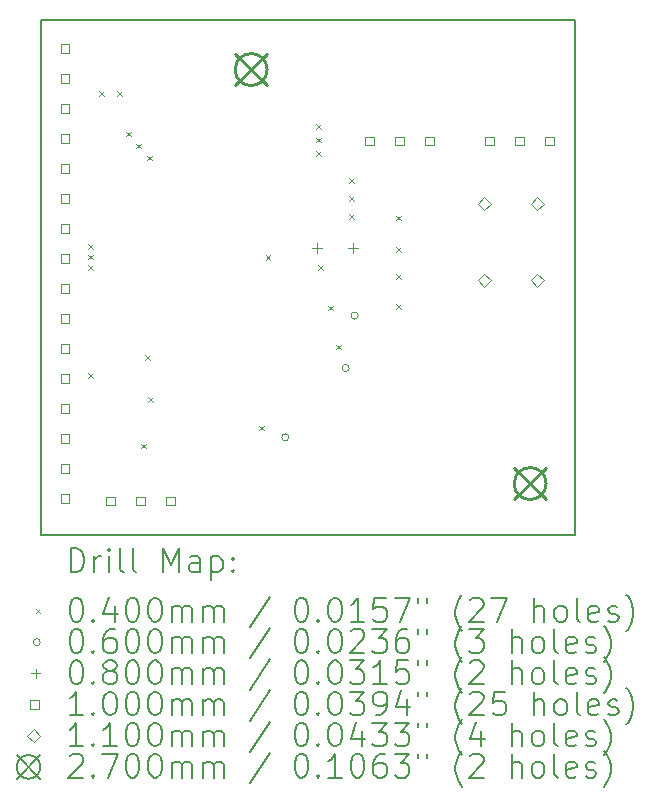
<source format=gbr>
%TF.GenerationSoftware,KiCad,Pcbnew,(6.0.9)*%
%TF.CreationDate,2023-01-18T17:05:22+01:00*%
%TF.ProjectId,mainboard,6d61696e-626f-4617-9264-2e6b69636164,rev?*%
%TF.SameCoordinates,Original*%
%TF.FileFunction,Drillmap*%
%TF.FilePolarity,Positive*%
%FSLAX45Y45*%
G04 Gerber Fmt 4.5, Leading zero omitted, Abs format (unit mm)*
G04 Created by KiCad (PCBNEW (6.0.9)) date 2023-01-18 17:05:22*
%MOMM*%
%LPD*%
G01*
G04 APERTURE LIST*
%ADD10C,0.150000*%
%ADD11C,0.200000*%
%ADD12C,0.040000*%
%ADD13C,0.060000*%
%ADD14C,0.080000*%
%ADD15C,0.100000*%
%ADD16C,0.110000*%
%ADD17C,0.270000*%
G04 APERTURE END LIST*
D10*
X10858500Y-2400300D02*
X15379700Y-2400300D01*
X15379700Y-2400300D02*
X15379700Y-6756400D01*
X15379700Y-6756400D02*
X10858500Y-6756400D01*
X10858500Y-6756400D02*
X10858500Y-2400300D01*
D11*
D12*
X11257600Y-4298000D02*
X11297600Y-4338000D01*
X11297600Y-4298000D02*
X11257600Y-4338000D01*
X11257600Y-4386900D02*
X11297600Y-4426900D01*
X11297600Y-4386900D02*
X11257600Y-4426900D01*
X11257600Y-4475800D02*
X11297600Y-4515800D01*
X11297600Y-4475800D02*
X11257600Y-4515800D01*
X11257600Y-5390200D02*
X11297600Y-5430200D01*
X11297600Y-5390200D02*
X11257600Y-5430200D01*
X11346500Y-3002600D02*
X11386500Y-3042600D01*
X11386500Y-3002600D02*
X11346500Y-3042600D01*
X11500698Y-3003230D02*
X11540698Y-3043230D01*
X11540698Y-3003230D02*
X11500698Y-3043230D01*
X11575100Y-3345500D02*
X11615100Y-3385500D01*
X11615100Y-3345500D02*
X11575100Y-3385500D01*
X11664000Y-3447100D02*
X11704000Y-3487100D01*
X11704000Y-3447100D02*
X11664000Y-3487100D01*
X11702100Y-5987100D02*
X11742100Y-6027100D01*
X11742100Y-5987100D02*
X11702100Y-6027100D01*
X11740200Y-5237800D02*
X11780200Y-5277800D01*
X11780200Y-5237800D02*
X11740200Y-5277800D01*
X11752900Y-3548700D02*
X11792900Y-3588700D01*
X11792900Y-3548700D02*
X11752900Y-3588700D01*
X11765600Y-5593400D02*
X11805600Y-5633400D01*
X11805600Y-5593400D02*
X11765600Y-5633400D01*
X12705400Y-5834700D02*
X12745400Y-5874700D01*
X12745400Y-5834700D02*
X12705400Y-5874700D01*
X12758522Y-4393070D02*
X12798522Y-4433070D01*
X12798522Y-4393070D02*
X12758522Y-4433070D01*
X13188000Y-3282000D02*
X13228000Y-3322000D01*
X13228000Y-3282000D02*
X13188000Y-3322000D01*
X13188000Y-3396300D02*
X13228000Y-3436300D01*
X13228000Y-3396300D02*
X13188000Y-3436300D01*
X13188000Y-3510600D02*
X13228000Y-3550600D01*
X13228000Y-3510600D02*
X13188000Y-3550600D01*
X13200700Y-4475800D02*
X13240700Y-4515800D01*
X13240700Y-4475800D02*
X13200700Y-4515800D01*
X13289600Y-4818700D02*
X13329600Y-4858700D01*
X13329600Y-4818700D02*
X13289600Y-4858700D01*
X13353100Y-5148900D02*
X13393100Y-5188900D01*
X13393100Y-5148900D02*
X13353100Y-5188900D01*
X13467400Y-3739200D02*
X13507400Y-3779200D01*
X13507400Y-3739200D02*
X13467400Y-3779200D01*
X13467400Y-3891600D02*
X13507400Y-3931600D01*
X13507400Y-3891600D02*
X13467400Y-3931600D01*
X13467400Y-4044000D02*
X13507400Y-4084000D01*
X13507400Y-4044000D02*
X13467400Y-4084000D01*
X13861100Y-4056700D02*
X13901100Y-4096700D01*
X13901100Y-4056700D02*
X13861100Y-4096700D01*
X13861100Y-4323400D02*
X13901100Y-4363400D01*
X13901100Y-4323400D02*
X13861100Y-4363400D01*
X13861100Y-4552000D02*
X13901100Y-4592000D01*
X13901100Y-4552000D02*
X13861100Y-4592000D01*
X13861100Y-4806000D02*
X13901100Y-4846000D01*
X13901100Y-4806000D02*
X13861100Y-4846000D01*
D13*
X12955769Y-5933023D02*
G75*
G03*
X12955769Y-5933023I-30000J0D01*
G01*
X13466600Y-5346700D02*
G75*
G03*
X13466600Y-5346700I-30000J0D01*
G01*
X13542800Y-4902200D02*
G75*
G03*
X13542800Y-4902200I-30000J0D01*
G01*
D14*
X13195300Y-4290700D02*
X13195300Y-4370700D01*
X13155300Y-4330700D02*
X13235300Y-4330700D01*
X13500100Y-4290700D02*
X13500100Y-4370700D01*
X13460100Y-4330700D02*
X13540100Y-4330700D01*
D15*
X11097056Y-2676956D02*
X11097056Y-2606244D01*
X11026344Y-2606244D01*
X11026344Y-2676956D01*
X11097056Y-2676956D01*
X11097056Y-2930956D02*
X11097056Y-2860244D01*
X11026344Y-2860244D01*
X11026344Y-2930956D01*
X11097056Y-2930956D01*
X11097056Y-3184956D02*
X11097056Y-3114244D01*
X11026344Y-3114244D01*
X11026344Y-3184956D01*
X11097056Y-3184956D01*
X11097056Y-3438956D02*
X11097056Y-3368244D01*
X11026344Y-3368244D01*
X11026344Y-3438956D01*
X11097056Y-3438956D01*
X11097056Y-3692956D02*
X11097056Y-3622244D01*
X11026344Y-3622244D01*
X11026344Y-3692956D01*
X11097056Y-3692956D01*
X11097056Y-3946956D02*
X11097056Y-3876244D01*
X11026344Y-3876244D01*
X11026344Y-3946956D01*
X11097056Y-3946956D01*
X11097056Y-4200956D02*
X11097056Y-4130244D01*
X11026344Y-4130244D01*
X11026344Y-4200956D01*
X11097056Y-4200956D01*
X11097056Y-4454956D02*
X11097056Y-4384244D01*
X11026344Y-4384244D01*
X11026344Y-4454956D01*
X11097056Y-4454956D01*
X11097056Y-4708956D02*
X11097056Y-4638244D01*
X11026344Y-4638244D01*
X11026344Y-4708956D01*
X11097056Y-4708956D01*
X11097056Y-4962956D02*
X11097056Y-4892244D01*
X11026344Y-4892244D01*
X11026344Y-4962956D01*
X11097056Y-4962956D01*
X11097056Y-5216956D02*
X11097056Y-5146244D01*
X11026344Y-5146244D01*
X11026344Y-5216956D01*
X11097056Y-5216956D01*
X11097056Y-5470956D02*
X11097056Y-5400244D01*
X11026344Y-5400244D01*
X11026344Y-5470956D01*
X11097056Y-5470956D01*
X11097056Y-5724956D02*
X11097056Y-5654244D01*
X11026344Y-5654244D01*
X11026344Y-5724956D01*
X11097056Y-5724956D01*
X11097056Y-5978956D02*
X11097056Y-5908244D01*
X11026344Y-5908244D01*
X11026344Y-5978956D01*
X11097056Y-5978956D01*
X11097056Y-6232956D02*
X11097056Y-6162244D01*
X11026344Y-6162244D01*
X11026344Y-6232956D01*
X11097056Y-6232956D01*
X11097056Y-6486956D02*
X11097056Y-6416244D01*
X11026344Y-6416244D01*
X11026344Y-6486956D01*
X11097056Y-6486956D01*
X11480056Y-6509856D02*
X11480056Y-6439144D01*
X11409344Y-6439144D01*
X11409344Y-6509856D01*
X11480056Y-6509856D01*
X11734056Y-6509856D02*
X11734056Y-6439144D01*
X11663344Y-6439144D01*
X11663344Y-6509856D01*
X11734056Y-6509856D01*
X11988056Y-6509856D02*
X11988056Y-6439144D01*
X11917344Y-6439144D01*
X11917344Y-6509856D01*
X11988056Y-6509856D01*
X13673656Y-3459856D02*
X13673656Y-3389144D01*
X13602944Y-3389144D01*
X13602944Y-3459856D01*
X13673656Y-3459856D01*
X13927656Y-3459856D02*
X13927656Y-3389144D01*
X13856944Y-3389144D01*
X13856944Y-3459856D01*
X13927656Y-3459856D01*
X14181656Y-3459856D02*
X14181656Y-3389144D01*
X14110944Y-3389144D01*
X14110944Y-3459856D01*
X14181656Y-3459856D01*
X14689656Y-3459856D02*
X14689656Y-3389144D01*
X14618944Y-3389144D01*
X14618944Y-3459856D01*
X14689656Y-3459856D01*
X14943656Y-3459856D02*
X14943656Y-3389144D01*
X14872944Y-3389144D01*
X14872944Y-3459856D01*
X14943656Y-3459856D01*
X15197656Y-3459856D02*
X15197656Y-3389144D01*
X15126944Y-3389144D01*
X15126944Y-3459856D01*
X15197656Y-3459856D01*
D16*
X14608600Y-4009900D02*
X14663600Y-3954900D01*
X14608600Y-3899900D01*
X14553600Y-3954900D01*
X14608600Y-4009900D01*
X14608600Y-4659900D02*
X14663600Y-4604900D01*
X14608600Y-4549900D01*
X14553600Y-4604900D01*
X14608600Y-4659900D01*
X15058600Y-4009900D02*
X15113600Y-3954900D01*
X15058600Y-3899900D01*
X15003600Y-3954900D01*
X15058600Y-4009900D01*
X15058600Y-4659900D02*
X15113600Y-4604900D01*
X15058600Y-4549900D01*
X15003600Y-4604900D01*
X15058600Y-4659900D01*
D17*
X12501500Y-2684400D02*
X12771500Y-2954400D01*
X12771500Y-2684400D02*
X12501500Y-2954400D01*
X12771500Y-2819400D02*
G75*
G03*
X12771500Y-2819400I-135000J0D01*
G01*
X14863700Y-6189600D02*
X15133700Y-6459600D01*
X15133700Y-6189600D02*
X14863700Y-6459600D01*
X15133700Y-6324600D02*
G75*
G03*
X15133700Y-6324600I-135000J0D01*
G01*
D11*
X11108619Y-7074376D02*
X11108619Y-6874376D01*
X11156238Y-6874376D01*
X11184810Y-6883900D01*
X11203857Y-6902948D01*
X11213381Y-6921995D01*
X11222905Y-6960090D01*
X11222905Y-6988662D01*
X11213381Y-7026757D01*
X11203857Y-7045805D01*
X11184810Y-7064852D01*
X11156238Y-7074376D01*
X11108619Y-7074376D01*
X11308619Y-7074376D02*
X11308619Y-6941043D01*
X11308619Y-6979138D02*
X11318143Y-6960090D01*
X11327667Y-6950567D01*
X11346714Y-6941043D01*
X11365762Y-6941043D01*
X11432428Y-7074376D02*
X11432428Y-6941043D01*
X11432428Y-6874376D02*
X11422905Y-6883900D01*
X11432428Y-6893424D01*
X11441952Y-6883900D01*
X11432428Y-6874376D01*
X11432428Y-6893424D01*
X11556238Y-7074376D02*
X11537190Y-7064852D01*
X11527667Y-7045805D01*
X11527667Y-6874376D01*
X11661000Y-7074376D02*
X11641952Y-7064852D01*
X11632428Y-7045805D01*
X11632428Y-6874376D01*
X11889571Y-7074376D02*
X11889571Y-6874376D01*
X11956238Y-7017233D01*
X12022905Y-6874376D01*
X12022905Y-7074376D01*
X12203857Y-7074376D02*
X12203857Y-6969614D01*
X12194333Y-6950567D01*
X12175286Y-6941043D01*
X12137190Y-6941043D01*
X12118143Y-6950567D01*
X12203857Y-7064852D02*
X12184809Y-7074376D01*
X12137190Y-7074376D01*
X12118143Y-7064852D01*
X12108619Y-7045805D01*
X12108619Y-7026757D01*
X12118143Y-7007709D01*
X12137190Y-6998186D01*
X12184809Y-6998186D01*
X12203857Y-6988662D01*
X12299095Y-6941043D02*
X12299095Y-7141043D01*
X12299095Y-6950567D02*
X12318143Y-6941043D01*
X12356238Y-6941043D01*
X12375286Y-6950567D01*
X12384809Y-6960090D01*
X12394333Y-6979138D01*
X12394333Y-7036281D01*
X12384809Y-7055328D01*
X12375286Y-7064852D01*
X12356238Y-7074376D01*
X12318143Y-7074376D01*
X12299095Y-7064852D01*
X12480048Y-7055328D02*
X12489571Y-7064852D01*
X12480048Y-7074376D01*
X12470524Y-7064852D01*
X12480048Y-7055328D01*
X12480048Y-7074376D01*
X12480048Y-6950567D02*
X12489571Y-6960090D01*
X12480048Y-6969614D01*
X12470524Y-6960090D01*
X12480048Y-6950567D01*
X12480048Y-6969614D01*
D12*
X10811000Y-7383900D02*
X10851000Y-7423900D01*
X10851000Y-7383900D02*
X10811000Y-7423900D01*
D11*
X11146714Y-7294376D02*
X11165762Y-7294376D01*
X11184810Y-7303900D01*
X11194333Y-7313424D01*
X11203857Y-7332471D01*
X11213381Y-7370567D01*
X11213381Y-7418186D01*
X11203857Y-7456281D01*
X11194333Y-7475328D01*
X11184810Y-7484852D01*
X11165762Y-7494376D01*
X11146714Y-7494376D01*
X11127667Y-7484852D01*
X11118143Y-7475328D01*
X11108619Y-7456281D01*
X11099095Y-7418186D01*
X11099095Y-7370567D01*
X11108619Y-7332471D01*
X11118143Y-7313424D01*
X11127667Y-7303900D01*
X11146714Y-7294376D01*
X11299095Y-7475328D02*
X11308619Y-7484852D01*
X11299095Y-7494376D01*
X11289571Y-7484852D01*
X11299095Y-7475328D01*
X11299095Y-7494376D01*
X11480048Y-7361043D02*
X11480048Y-7494376D01*
X11432428Y-7284852D02*
X11384809Y-7427709D01*
X11508619Y-7427709D01*
X11622905Y-7294376D02*
X11641952Y-7294376D01*
X11661000Y-7303900D01*
X11670524Y-7313424D01*
X11680048Y-7332471D01*
X11689571Y-7370567D01*
X11689571Y-7418186D01*
X11680048Y-7456281D01*
X11670524Y-7475328D01*
X11661000Y-7484852D01*
X11641952Y-7494376D01*
X11622905Y-7494376D01*
X11603857Y-7484852D01*
X11594333Y-7475328D01*
X11584809Y-7456281D01*
X11575286Y-7418186D01*
X11575286Y-7370567D01*
X11584809Y-7332471D01*
X11594333Y-7313424D01*
X11603857Y-7303900D01*
X11622905Y-7294376D01*
X11813381Y-7294376D02*
X11832428Y-7294376D01*
X11851476Y-7303900D01*
X11861000Y-7313424D01*
X11870524Y-7332471D01*
X11880048Y-7370567D01*
X11880048Y-7418186D01*
X11870524Y-7456281D01*
X11861000Y-7475328D01*
X11851476Y-7484852D01*
X11832428Y-7494376D01*
X11813381Y-7494376D01*
X11794333Y-7484852D01*
X11784809Y-7475328D01*
X11775286Y-7456281D01*
X11765762Y-7418186D01*
X11765762Y-7370567D01*
X11775286Y-7332471D01*
X11784809Y-7313424D01*
X11794333Y-7303900D01*
X11813381Y-7294376D01*
X11965762Y-7494376D02*
X11965762Y-7361043D01*
X11965762Y-7380090D02*
X11975286Y-7370567D01*
X11994333Y-7361043D01*
X12022905Y-7361043D01*
X12041952Y-7370567D01*
X12051476Y-7389614D01*
X12051476Y-7494376D01*
X12051476Y-7389614D02*
X12061000Y-7370567D01*
X12080048Y-7361043D01*
X12108619Y-7361043D01*
X12127667Y-7370567D01*
X12137190Y-7389614D01*
X12137190Y-7494376D01*
X12232428Y-7494376D02*
X12232428Y-7361043D01*
X12232428Y-7380090D02*
X12241952Y-7370567D01*
X12261000Y-7361043D01*
X12289571Y-7361043D01*
X12308619Y-7370567D01*
X12318143Y-7389614D01*
X12318143Y-7494376D01*
X12318143Y-7389614D02*
X12327667Y-7370567D01*
X12346714Y-7361043D01*
X12375286Y-7361043D01*
X12394333Y-7370567D01*
X12403857Y-7389614D01*
X12403857Y-7494376D01*
X12794333Y-7284852D02*
X12622905Y-7541995D01*
X13051476Y-7294376D02*
X13070524Y-7294376D01*
X13089571Y-7303900D01*
X13099095Y-7313424D01*
X13108619Y-7332471D01*
X13118143Y-7370567D01*
X13118143Y-7418186D01*
X13108619Y-7456281D01*
X13099095Y-7475328D01*
X13089571Y-7484852D01*
X13070524Y-7494376D01*
X13051476Y-7494376D01*
X13032428Y-7484852D01*
X13022905Y-7475328D01*
X13013381Y-7456281D01*
X13003857Y-7418186D01*
X13003857Y-7370567D01*
X13013381Y-7332471D01*
X13022905Y-7313424D01*
X13032428Y-7303900D01*
X13051476Y-7294376D01*
X13203857Y-7475328D02*
X13213381Y-7484852D01*
X13203857Y-7494376D01*
X13194333Y-7484852D01*
X13203857Y-7475328D01*
X13203857Y-7494376D01*
X13337190Y-7294376D02*
X13356238Y-7294376D01*
X13375286Y-7303900D01*
X13384809Y-7313424D01*
X13394333Y-7332471D01*
X13403857Y-7370567D01*
X13403857Y-7418186D01*
X13394333Y-7456281D01*
X13384809Y-7475328D01*
X13375286Y-7484852D01*
X13356238Y-7494376D01*
X13337190Y-7494376D01*
X13318143Y-7484852D01*
X13308619Y-7475328D01*
X13299095Y-7456281D01*
X13289571Y-7418186D01*
X13289571Y-7370567D01*
X13299095Y-7332471D01*
X13308619Y-7313424D01*
X13318143Y-7303900D01*
X13337190Y-7294376D01*
X13594333Y-7494376D02*
X13480048Y-7494376D01*
X13537190Y-7494376D02*
X13537190Y-7294376D01*
X13518143Y-7322948D01*
X13499095Y-7341995D01*
X13480048Y-7351519D01*
X13775286Y-7294376D02*
X13680048Y-7294376D01*
X13670524Y-7389614D01*
X13680048Y-7380090D01*
X13699095Y-7370567D01*
X13746714Y-7370567D01*
X13765762Y-7380090D01*
X13775286Y-7389614D01*
X13784809Y-7408662D01*
X13784809Y-7456281D01*
X13775286Y-7475328D01*
X13765762Y-7484852D01*
X13746714Y-7494376D01*
X13699095Y-7494376D01*
X13680048Y-7484852D01*
X13670524Y-7475328D01*
X13851476Y-7294376D02*
X13984809Y-7294376D01*
X13899095Y-7494376D01*
X14051476Y-7294376D02*
X14051476Y-7332471D01*
X14127667Y-7294376D02*
X14127667Y-7332471D01*
X14422905Y-7570567D02*
X14413381Y-7561043D01*
X14394333Y-7532471D01*
X14384809Y-7513424D01*
X14375286Y-7484852D01*
X14365762Y-7437233D01*
X14365762Y-7399138D01*
X14375286Y-7351519D01*
X14384809Y-7322948D01*
X14394333Y-7303900D01*
X14413381Y-7275328D01*
X14422905Y-7265805D01*
X14489571Y-7313424D02*
X14499095Y-7303900D01*
X14518143Y-7294376D01*
X14565762Y-7294376D01*
X14584809Y-7303900D01*
X14594333Y-7313424D01*
X14603857Y-7332471D01*
X14603857Y-7351519D01*
X14594333Y-7380090D01*
X14480048Y-7494376D01*
X14603857Y-7494376D01*
X14670524Y-7294376D02*
X14803857Y-7294376D01*
X14718143Y-7494376D01*
X15032428Y-7494376D02*
X15032428Y-7294376D01*
X15118143Y-7494376D02*
X15118143Y-7389614D01*
X15108619Y-7370567D01*
X15089571Y-7361043D01*
X15061000Y-7361043D01*
X15041952Y-7370567D01*
X15032428Y-7380090D01*
X15241952Y-7494376D02*
X15222905Y-7484852D01*
X15213381Y-7475328D01*
X15203857Y-7456281D01*
X15203857Y-7399138D01*
X15213381Y-7380090D01*
X15222905Y-7370567D01*
X15241952Y-7361043D01*
X15270524Y-7361043D01*
X15289571Y-7370567D01*
X15299095Y-7380090D01*
X15308619Y-7399138D01*
X15308619Y-7456281D01*
X15299095Y-7475328D01*
X15289571Y-7484852D01*
X15270524Y-7494376D01*
X15241952Y-7494376D01*
X15422905Y-7494376D02*
X15403857Y-7484852D01*
X15394333Y-7465805D01*
X15394333Y-7294376D01*
X15575286Y-7484852D02*
X15556238Y-7494376D01*
X15518143Y-7494376D01*
X15499095Y-7484852D01*
X15489571Y-7465805D01*
X15489571Y-7389614D01*
X15499095Y-7370567D01*
X15518143Y-7361043D01*
X15556238Y-7361043D01*
X15575286Y-7370567D01*
X15584809Y-7389614D01*
X15584809Y-7408662D01*
X15489571Y-7427709D01*
X15661000Y-7484852D02*
X15680048Y-7494376D01*
X15718143Y-7494376D01*
X15737190Y-7484852D01*
X15746714Y-7465805D01*
X15746714Y-7456281D01*
X15737190Y-7437233D01*
X15718143Y-7427709D01*
X15689571Y-7427709D01*
X15670524Y-7418186D01*
X15661000Y-7399138D01*
X15661000Y-7389614D01*
X15670524Y-7370567D01*
X15689571Y-7361043D01*
X15718143Y-7361043D01*
X15737190Y-7370567D01*
X15813381Y-7570567D02*
X15822905Y-7561043D01*
X15841952Y-7532471D01*
X15851476Y-7513424D01*
X15861000Y-7484852D01*
X15870524Y-7437233D01*
X15870524Y-7399138D01*
X15861000Y-7351519D01*
X15851476Y-7322948D01*
X15841952Y-7303900D01*
X15822905Y-7275328D01*
X15813381Y-7265805D01*
D13*
X10851000Y-7667900D02*
G75*
G03*
X10851000Y-7667900I-30000J0D01*
G01*
D11*
X11146714Y-7558376D02*
X11165762Y-7558376D01*
X11184810Y-7567900D01*
X11194333Y-7577424D01*
X11203857Y-7596471D01*
X11213381Y-7634567D01*
X11213381Y-7682186D01*
X11203857Y-7720281D01*
X11194333Y-7739328D01*
X11184810Y-7748852D01*
X11165762Y-7758376D01*
X11146714Y-7758376D01*
X11127667Y-7748852D01*
X11118143Y-7739328D01*
X11108619Y-7720281D01*
X11099095Y-7682186D01*
X11099095Y-7634567D01*
X11108619Y-7596471D01*
X11118143Y-7577424D01*
X11127667Y-7567900D01*
X11146714Y-7558376D01*
X11299095Y-7739328D02*
X11308619Y-7748852D01*
X11299095Y-7758376D01*
X11289571Y-7748852D01*
X11299095Y-7739328D01*
X11299095Y-7758376D01*
X11480048Y-7558376D02*
X11441952Y-7558376D01*
X11422905Y-7567900D01*
X11413381Y-7577424D01*
X11394333Y-7605995D01*
X11384809Y-7644090D01*
X11384809Y-7720281D01*
X11394333Y-7739328D01*
X11403857Y-7748852D01*
X11422905Y-7758376D01*
X11461000Y-7758376D01*
X11480048Y-7748852D01*
X11489571Y-7739328D01*
X11499095Y-7720281D01*
X11499095Y-7672662D01*
X11489571Y-7653614D01*
X11480048Y-7644090D01*
X11461000Y-7634567D01*
X11422905Y-7634567D01*
X11403857Y-7644090D01*
X11394333Y-7653614D01*
X11384809Y-7672662D01*
X11622905Y-7558376D02*
X11641952Y-7558376D01*
X11661000Y-7567900D01*
X11670524Y-7577424D01*
X11680048Y-7596471D01*
X11689571Y-7634567D01*
X11689571Y-7682186D01*
X11680048Y-7720281D01*
X11670524Y-7739328D01*
X11661000Y-7748852D01*
X11641952Y-7758376D01*
X11622905Y-7758376D01*
X11603857Y-7748852D01*
X11594333Y-7739328D01*
X11584809Y-7720281D01*
X11575286Y-7682186D01*
X11575286Y-7634567D01*
X11584809Y-7596471D01*
X11594333Y-7577424D01*
X11603857Y-7567900D01*
X11622905Y-7558376D01*
X11813381Y-7558376D02*
X11832428Y-7558376D01*
X11851476Y-7567900D01*
X11861000Y-7577424D01*
X11870524Y-7596471D01*
X11880048Y-7634567D01*
X11880048Y-7682186D01*
X11870524Y-7720281D01*
X11861000Y-7739328D01*
X11851476Y-7748852D01*
X11832428Y-7758376D01*
X11813381Y-7758376D01*
X11794333Y-7748852D01*
X11784809Y-7739328D01*
X11775286Y-7720281D01*
X11765762Y-7682186D01*
X11765762Y-7634567D01*
X11775286Y-7596471D01*
X11784809Y-7577424D01*
X11794333Y-7567900D01*
X11813381Y-7558376D01*
X11965762Y-7758376D02*
X11965762Y-7625043D01*
X11965762Y-7644090D02*
X11975286Y-7634567D01*
X11994333Y-7625043D01*
X12022905Y-7625043D01*
X12041952Y-7634567D01*
X12051476Y-7653614D01*
X12051476Y-7758376D01*
X12051476Y-7653614D02*
X12061000Y-7634567D01*
X12080048Y-7625043D01*
X12108619Y-7625043D01*
X12127667Y-7634567D01*
X12137190Y-7653614D01*
X12137190Y-7758376D01*
X12232428Y-7758376D02*
X12232428Y-7625043D01*
X12232428Y-7644090D02*
X12241952Y-7634567D01*
X12261000Y-7625043D01*
X12289571Y-7625043D01*
X12308619Y-7634567D01*
X12318143Y-7653614D01*
X12318143Y-7758376D01*
X12318143Y-7653614D02*
X12327667Y-7634567D01*
X12346714Y-7625043D01*
X12375286Y-7625043D01*
X12394333Y-7634567D01*
X12403857Y-7653614D01*
X12403857Y-7758376D01*
X12794333Y-7548852D02*
X12622905Y-7805995D01*
X13051476Y-7558376D02*
X13070524Y-7558376D01*
X13089571Y-7567900D01*
X13099095Y-7577424D01*
X13108619Y-7596471D01*
X13118143Y-7634567D01*
X13118143Y-7682186D01*
X13108619Y-7720281D01*
X13099095Y-7739328D01*
X13089571Y-7748852D01*
X13070524Y-7758376D01*
X13051476Y-7758376D01*
X13032428Y-7748852D01*
X13022905Y-7739328D01*
X13013381Y-7720281D01*
X13003857Y-7682186D01*
X13003857Y-7634567D01*
X13013381Y-7596471D01*
X13022905Y-7577424D01*
X13032428Y-7567900D01*
X13051476Y-7558376D01*
X13203857Y-7739328D02*
X13213381Y-7748852D01*
X13203857Y-7758376D01*
X13194333Y-7748852D01*
X13203857Y-7739328D01*
X13203857Y-7758376D01*
X13337190Y-7558376D02*
X13356238Y-7558376D01*
X13375286Y-7567900D01*
X13384809Y-7577424D01*
X13394333Y-7596471D01*
X13403857Y-7634567D01*
X13403857Y-7682186D01*
X13394333Y-7720281D01*
X13384809Y-7739328D01*
X13375286Y-7748852D01*
X13356238Y-7758376D01*
X13337190Y-7758376D01*
X13318143Y-7748852D01*
X13308619Y-7739328D01*
X13299095Y-7720281D01*
X13289571Y-7682186D01*
X13289571Y-7634567D01*
X13299095Y-7596471D01*
X13308619Y-7577424D01*
X13318143Y-7567900D01*
X13337190Y-7558376D01*
X13480048Y-7577424D02*
X13489571Y-7567900D01*
X13508619Y-7558376D01*
X13556238Y-7558376D01*
X13575286Y-7567900D01*
X13584809Y-7577424D01*
X13594333Y-7596471D01*
X13594333Y-7615519D01*
X13584809Y-7644090D01*
X13470524Y-7758376D01*
X13594333Y-7758376D01*
X13661000Y-7558376D02*
X13784809Y-7558376D01*
X13718143Y-7634567D01*
X13746714Y-7634567D01*
X13765762Y-7644090D01*
X13775286Y-7653614D01*
X13784809Y-7672662D01*
X13784809Y-7720281D01*
X13775286Y-7739328D01*
X13765762Y-7748852D01*
X13746714Y-7758376D01*
X13689571Y-7758376D01*
X13670524Y-7748852D01*
X13661000Y-7739328D01*
X13956238Y-7558376D02*
X13918143Y-7558376D01*
X13899095Y-7567900D01*
X13889571Y-7577424D01*
X13870524Y-7605995D01*
X13861000Y-7644090D01*
X13861000Y-7720281D01*
X13870524Y-7739328D01*
X13880048Y-7748852D01*
X13899095Y-7758376D01*
X13937190Y-7758376D01*
X13956238Y-7748852D01*
X13965762Y-7739328D01*
X13975286Y-7720281D01*
X13975286Y-7672662D01*
X13965762Y-7653614D01*
X13956238Y-7644090D01*
X13937190Y-7634567D01*
X13899095Y-7634567D01*
X13880048Y-7644090D01*
X13870524Y-7653614D01*
X13861000Y-7672662D01*
X14051476Y-7558376D02*
X14051476Y-7596471D01*
X14127667Y-7558376D02*
X14127667Y-7596471D01*
X14422905Y-7834567D02*
X14413381Y-7825043D01*
X14394333Y-7796471D01*
X14384809Y-7777424D01*
X14375286Y-7748852D01*
X14365762Y-7701233D01*
X14365762Y-7663138D01*
X14375286Y-7615519D01*
X14384809Y-7586948D01*
X14394333Y-7567900D01*
X14413381Y-7539328D01*
X14422905Y-7529805D01*
X14480048Y-7558376D02*
X14603857Y-7558376D01*
X14537190Y-7634567D01*
X14565762Y-7634567D01*
X14584809Y-7644090D01*
X14594333Y-7653614D01*
X14603857Y-7672662D01*
X14603857Y-7720281D01*
X14594333Y-7739328D01*
X14584809Y-7748852D01*
X14565762Y-7758376D01*
X14508619Y-7758376D01*
X14489571Y-7748852D01*
X14480048Y-7739328D01*
X14841952Y-7758376D02*
X14841952Y-7558376D01*
X14927667Y-7758376D02*
X14927667Y-7653614D01*
X14918143Y-7634567D01*
X14899095Y-7625043D01*
X14870524Y-7625043D01*
X14851476Y-7634567D01*
X14841952Y-7644090D01*
X15051476Y-7758376D02*
X15032428Y-7748852D01*
X15022905Y-7739328D01*
X15013381Y-7720281D01*
X15013381Y-7663138D01*
X15022905Y-7644090D01*
X15032428Y-7634567D01*
X15051476Y-7625043D01*
X15080048Y-7625043D01*
X15099095Y-7634567D01*
X15108619Y-7644090D01*
X15118143Y-7663138D01*
X15118143Y-7720281D01*
X15108619Y-7739328D01*
X15099095Y-7748852D01*
X15080048Y-7758376D01*
X15051476Y-7758376D01*
X15232428Y-7758376D02*
X15213381Y-7748852D01*
X15203857Y-7729805D01*
X15203857Y-7558376D01*
X15384809Y-7748852D02*
X15365762Y-7758376D01*
X15327667Y-7758376D01*
X15308619Y-7748852D01*
X15299095Y-7729805D01*
X15299095Y-7653614D01*
X15308619Y-7634567D01*
X15327667Y-7625043D01*
X15365762Y-7625043D01*
X15384809Y-7634567D01*
X15394333Y-7653614D01*
X15394333Y-7672662D01*
X15299095Y-7691709D01*
X15470524Y-7748852D02*
X15489571Y-7758376D01*
X15527667Y-7758376D01*
X15546714Y-7748852D01*
X15556238Y-7729805D01*
X15556238Y-7720281D01*
X15546714Y-7701233D01*
X15527667Y-7691709D01*
X15499095Y-7691709D01*
X15480048Y-7682186D01*
X15470524Y-7663138D01*
X15470524Y-7653614D01*
X15480048Y-7634567D01*
X15499095Y-7625043D01*
X15527667Y-7625043D01*
X15546714Y-7634567D01*
X15622905Y-7834567D02*
X15632428Y-7825043D01*
X15651476Y-7796471D01*
X15661000Y-7777424D01*
X15670524Y-7748852D01*
X15680048Y-7701233D01*
X15680048Y-7663138D01*
X15670524Y-7615519D01*
X15661000Y-7586948D01*
X15651476Y-7567900D01*
X15632428Y-7539328D01*
X15622905Y-7529805D01*
D14*
X10811000Y-7891900D02*
X10811000Y-7971900D01*
X10771000Y-7931900D02*
X10851000Y-7931900D01*
D11*
X11146714Y-7822376D02*
X11165762Y-7822376D01*
X11184810Y-7831900D01*
X11194333Y-7841424D01*
X11203857Y-7860471D01*
X11213381Y-7898567D01*
X11213381Y-7946186D01*
X11203857Y-7984281D01*
X11194333Y-8003328D01*
X11184810Y-8012852D01*
X11165762Y-8022376D01*
X11146714Y-8022376D01*
X11127667Y-8012852D01*
X11118143Y-8003328D01*
X11108619Y-7984281D01*
X11099095Y-7946186D01*
X11099095Y-7898567D01*
X11108619Y-7860471D01*
X11118143Y-7841424D01*
X11127667Y-7831900D01*
X11146714Y-7822376D01*
X11299095Y-8003328D02*
X11308619Y-8012852D01*
X11299095Y-8022376D01*
X11289571Y-8012852D01*
X11299095Y-8003328D01*
X11299095Y-8022376D01*
X11422905Y-7908090D02*
X11403857Y-7898567D01*
X11394333Y-7889043D01*
X11384809Y-7869995D01*
X11384809Y-7860471D01*
X11394333Y-7841424D01*
X11403857Y-7831900D01*
X11422905Y-7822376D01*
X11461000Y-7822376D01*
X11480048Y-7831900D01*
X11489571Y-7841424D01*
X11499095Y-7860471D01*
X11499095Y-7869995D01*
X11489571Y-7889043D01*
X11480048Y-7898567D01*
X11461000Y-7908090D01*
X11422905Y-7908090D01*
X11403857Y-7917614D01*
X11394333Y-7927138D01*
X11384809Y-7946186D01*
X11384809Y-7984281D01*
X11394333Y-8003328D01*
X11403857Y-8012852D01*
X11422905Y-8022376D01*
X11461000Y-8022376D01*
X11480048Y-8012852D01*
X11489571Y-8003328D01*
X11499095Y-7984281D01*
X11499095Y-7946186D01*
X11489571Y-7927138D01*
X11480048Y-7917614D01*
X11461000Y-7908090D01*
X11622905Y-7822376D02*
X11641952Y-7822376D01*
X11661000Y-7831900D01*
X11670524Y-7841424D01*
X11680048Y-7860471D01*
X11689571Y-7898567D01*
X11689571Y-7946186D01*
X11680048Y-7984281D01*
X11670524Y-8003328D01*
X11661000Y-8012852D01*
X11641952Y-8022376D01*
X11622905Y-8022376D01*
X11603857Y-8012852D01*
X11594333Y-8003328D01*
X11584809Y-7984281D01*
X11575286Y-7946186D01*
X11575286Y-7898567D01*
X11584809Y-7860471D01*
X11594333Y-7841424D01*
X11603857Y-7831900D01*
X11622905Y-7822376D01*
X11813381Y-7822376D02*
X11832428Y-7822376D01*
X11851476Y-7831900D01*
X11861000Y-7841424D01*
X11870524Y-7860471D01*
X11880048Y-7898567D01*
X11880048Y-7946186D01*
X11870524Y-7984281D01*
X11861000Y-8003328D01*
X11851476Y-8012852D01*
X11832428Y-8022376D01*
X11813381Y-8022376D01*
X11794333Y-8012852D01*
X11784809Y-8003328D01*
X11775286Y-7984281D01*
X11765762Y-7946186D01*
X11765762Y-7898567D01*
X11775286Y-7860471D01*
X11784809Y-7841424D01*
X11794333Y-7831900D01*
X11813381Y-7822376D01*
X11965762Y-8022376D02*
X11965762Y-7889043D01*
X11965762Y-7908090D02*
X11975286Y-7898567D01*
X11994333Y-7889043D01*
X12022905Y-7889043D01*
X12041952Y-7898567D01*
X12051476Y-7917614D01*
X12051476Y-8022376D01*
X12051476Y-7917614D02*
X12061000Y-7898567D01*
X12080048Y-7889043D01*
X12108619Y-7889043D01*
X12127667Y-7898567D01*
X12137190Y-7917614D01*
X12137190Y-8022376D01*
X12232428Y-8022376D02*
X12232428Y-7889043D01*
X12232428Y-7908090D02*
X12241952Y-7898567D01*
X12261000Y-7889043D01*
X12289571Y-7889043D01*
X12308619Y-7898567D01*
X12318143Y-7917614D01*
X12318143Y-8022376D01*
X12318143Y-7917614D02*
X12327667Y-7898567D01*
X12346714Y-7889043D01*
X12375286Y-7889043D01*
X12394333Y-7898567D01*
X12403857Y-7917614D01*
X12403857Y-8022376D01*
X12794333Y-7812852D02*
X12622905Y-8069995D01*
X13051476Y-7822376D02*
X13070524Y-7822376D01*
X13089571Y-7831900D01*
X13099095Y-7841424D01*
X13108619Y-7860471D01*
X13118143Y-7898567D01*
X13118143Y-7946186D01*
X13108619Y-7984281D01*
X13099095Y-8003328D01*
X13089571Y-8012852D01*
X13070524Y-8022376D01*
X13051476Y-8022376D01*
X13032428Y-8012852D01*
X13022905Y-8003328D01*
X13013381Y-7984281D01*
X13003857Y-7946186D01*
X13003857Y-7898567D01*
X13013381Y-7860471D01*
X13022905Y-7841424D01*
X13032428Y-7831900D01*
X13051476Y-7822376D01*
X13203857Y-8003328D02*
X13213381Y-8012852D01*
X13203857Y-8022376D01*
X13194333Y-8012852D01*
X13203857Y-8003328D01*
X13203857Y-8022376D01*
X13337190Y-7822376D02*
X13356238Y-7822376D01*
X13375286Y-7831900D01*
X13384809Y-7841424D01*
X13394333Y-7860471D01*
X13403857Y-7898567D01*
X13403857Y-7946186D01*
X13394333Y-7984281D01*
X13384809Y-8003328D01*
X13375286Y-8012852D01*
X13356238Y-8022376D01*
X13337190Y-8022376D01*
X13318143Y-8012852D01*
X13308619Y-8003328D01*
X13299095Y-7984281D01*
X13289571Y-7946186D01*
X13289571Y-7898567D01*
X13299095Y-7860471D01*
X13308619Y-7841424D01*
X13318143Y-7831900D01*
X13337190Y-7822376D01*
X13470524Y-7822376D02*
X13594333Y-7822376D01*
X13527667Y-7898567D01*
X13556238Y-7898567D01*
X13575286Y-7908090D01*
X13584809Y-7917614D01*
X13594333Y-7936662D01*
X13594333Y-7984281D01*
X13584809Y-8003328D01*
X13575286Y-8012852D01*
X13556238Y-8022376D01*
X13499095Y-8022376D01*
X13480048Y-8012852D01*
X13470524Y-8003328D01*
X13784809Y-8022376D02*
X13670524Y-8022376D01*
X13727667Y-8022376D02*
X13727667Y-7822376D01*
X13708619Y-7850948D01*
X13689571Y-7869995D01*
X13670524Y-7879519D01*
X13965762Y-7822376D02*
X13870524Y-7822376D01*
X13861000Y-7917614D01*
X13870524Y-7908090D01*
X13889571Y-7898567D01*
X13937190Y-7898567D01*
X13956238Y-7908090D01*
X13965762Y-7917614D01*
X13975286Y-7936662D01*
X13975286Y-7984281D01*
X13965762Y-8003328D01*
X13956238Y-8012852D01*
X13937190Y-8022376D01*
X13889571Y-8022376D01*
X13870524Y-8012852D01*
X13861000Y-8003328D01*
X14051476Y-7822376D02*
X14051476Y-7860471D01*
X14127667Y-7822376D02*
X14127667Y-7860471D01*
X14422905Y-8098567D02*
X14413381Y-8089043D01*
X14394333Y-8060471D01*
X14384809Y-8041424D01*
X14375286Y-8012852D01*
X14365762Y-7965233D01*
X14365762Y-7927138D01*
X14375286Y-7879519D01*
X14384809Y-7850948D01*
X14394333Y-7831900D01*
X14413381Y-7803328D01*
X14422905Y-7793805D01*
X14489571Y-7841424D02*
X14499095Y-7831900D01*
X14518143Y-7822376D01*
X14565762Y-7822376D01*
X14584809Y-7831900D01*
X14594333Y-7841424D01*
X14603857Y-7860471D01*
X14603857Y-7879519D01*
X14594333Y-7908090D01*
X14480048Y-8022376D01*
X14603857Y-8022376D01*
X14841952Y-8022376D02*
X14841952Y-7822376D01*
X14927667Y-8022376D02*
X14927667Y-7917614D01*
X14918143Y-7898567D01*
X14899095Y-7889043D01*
X14870524Y-7889043D01*
X14851476Y-7898567D01*
X14841952Y-7908090D01*
X15051476Y-8022376D02*
X15032428Y-8012852D01*
X15022905Y-8003328D01*
X15013381Y-7984281D01*
X15013381Y-7927138D01*
X15022905Y-7908090D01*
X15032428Y-7898567D01*
X15051476Y-7889043D01*
X15080048Y-7889043D01*
X15099095Y-7898567D01*
X15108619Y-7908090D01*
X15118143Y-7927138D01*
X15118143Y-7984281D01*
X15108619Y-8003328D01*
X15099095Y-8012852D01*
X15080048Y-8022376D01*
X15051476Y-8022376D01*
X15232428Y-8022376D02*
X15213381Y-8012852D01*
X15203857Y-7993805D01*
X15203857Y-7822376D01*
X15384809Y-8012852D02*
X15365762Y-8022376D01*
X15327667Y-8022376D01*
X15308619Y-8012852D01*
X15299095Y-7993805D01*
X15299095Y-7917614D01*
X15308619Y-7898567D01*
X15327667Y-7889043D01*
X15365762Y-7889043D01*
X15384809Y-7898567D01*
X15394333Y-7917614D01*
X15394333Y-7936662D01*
X15299095Y-7955709D01*
X15470524Y-8012852D02*
X15489571Y-8022376D01*
X15527667Y-8022376D01*
X15546714Y-8012852D01*
X15556238Y-7993805D01*
X15556238Y-7984281D01*
X15546714Y-7965233D01*
X15527667Y-7955709D01*
X15499095Y-7955709D01*
X15480048Y-7946186D01*
X15470524Y-7927138D01*
X15470524Y-7917614D01*
X15480048Y-7898567D01*
X15499095Y-7889043D01*
X15527667Y-7889043D01*
X15546714Y-7898567D01*
X15622905Y-8098567D02*
X15632428Y-8089043D01*
X15651476Y-8060471D01*
X15661000Y-8041424D01*
X15670524Y-8012852D01*
X15680048Y-7965233D01*
X15680048Y-7927138D01*
X15670524Y-7879519D01*
X15661000Y-7850948D01*
X15651476Y-7831900D01*
X15632428Y-7803328D01*
X15622905Y-7793805D01*
D15*
X10836356Y-8231256D02*
X10836356Y-8160544D01*
X10765644Y-8160544D01*
X10765644Y-8231256D01*
X10836356Y-8231256D01*
D11*
X11213381Y-8286376D02*
X11099095Y-8286376D01*
X11156238Y-8286376D02*
X11156238Y-8086376D01*
X11137190Y-8114948D01*
X11118143Y-8133995D01*
X11099095Y-8143519D01*
X11299095Y-8267328D02*
X11308619Y-8276852D01*
X11299095Y-8286376D01*
X11289571Y-8276852D01*
X11299095Y-8267328D01*
X11299095Y-8286376D01*
X11432428Y-8086376D02*
X11451476Y-8086376D01*
X11470524Y-8095900D01*
X11480048Y-8105424D01*
X11489571Y-8124471D01*
X11499095Y-8162567D01*
X11499095Y-8210186D01*
X11489571Y-8248281D01*
X11480048Y-8267328D01*
X11470524Y-8276852D01*
X11451476Y-8286376D01*
X11432428Y-8286376D01*
X11413381Y-8276852D01*
X11403857Y-8267328D01*
X11394333Y-8248281D01*
X11384809Y-8210186D01*
X11384809Y-8162567D01*
X11394333Y-8124471D01*
X11403857Y-8105424D01*
X11413381Y-8095900D01*
X11432428Y-8086376D01*
X11622905Y-8086376D02*
X11641952Y-8086376D01*
X11661000Y-8095900D01*
X11670524Y-8105424D01*
X11680048Y-8124471D01*
X11689571Y-8162567D01*
X11689571Y-8210186D01*
X11680048Y-8248281D01*
X11670524Y-8267328D01*
X11661000Y-8276852D01*
X11641952Y-8286376D01*
X11622905Y-8286376D01*
X11603857Y-8276852D01*
X11594333Y-8267328D01*
X11584809Y-8248281D01*
X11575286Y-8210186D01*
X11575286Y-8162567D01*
X11584809Y-8124471D01*
X11594333Y-8105424D01*
X11603857Y-8095900D01*
X11622905Y-8086376D01*
X11813381Y-8086376D02*
X11832428Y-8086376D01*
X11851476Y-8095900D01*
X11861000Y-8105424D01*
X11870524Y-8124471D01*
X11880048Y-8162567D01*
X11880048Y-8210186D01*
X11870524Y-8248281D01*
X11861000Y-8267328D01*
X11851476Y-8276852D01*
X11832428Y-8286376D01*
X11813381Y-8286376D01*
X11794333Y-8276852D01*
X11784809Y-8267328D01*
X11775286Y-8248281D01*
X11765762Y-8210186D01*
X11765762Y-8162567D01*
X11775286Y-8124471D01*
X11784809Y-8105424D01*
X11794333Y-8095900D01*
X11813381Y-8086376D01*
X11965762Y-8286376D02*
X11965762Y-8153043D01*
X11965762Y-8172090D02*
X11975286Y-8162567D01*
X11994333Y-8153043D01*
X12022905Y-8153043D01*
X12041952Y-8162567D01*
X12051476Y-8181614D01*
X12051476Y-8286376D01*
X12051476Y-8181614D02*
X12061000Y-8162567D01*
X12080048Y-8153043D01*
X12108619Y-8153043D01*
X12127667Y-8162567D01*
X12137190Y-8181614D01*
X12137190Y-8286376D01*
X12232428Y-8286376D02*
X12232428Y-8153043D01*
X12232428Y-8172090D02*
X12241952Y-8162567D01*
X12261000Y-8153043D01*
X12289571Y-8153043D01*
X12308619Y-8162567D01*
X12318143Y-8181614D01*
X12318143Y-8286376D01*
X12318143Y-8181614D02*
X12327667Y-8162567D01*
X12346714Y-8153043D01*
X12375286Y-8153043D01*
X12394333Y-8162567D01*
X12403857Y-8181614D01*
X12403857Y-8286376D01*
X12794333Y-8076852D02*
X12622905Y-8333995D01*
X13051476Y-8086376D02*
X13070524Y-8086376D01*
X13089571Y-8095900D01*
X13099095Y-8105424D01*
X13108619Y-8124471D01*
X13118143Y-8162567D01*
X13118143Y-8210186D01*
X13108619Y-8248281D01*
X13099095Y-8267328D01*
X13089571Y-8276852D01*
X13070524Y-8286376D01*
X13051476Y-8286376D01*
X13032428Y-8276852D01*
X13022905Y-8267328D01*
X13013381Y-8248281D01*
X13003857Y-8210186D01*
X13003857Y-8162567D01*
X13013381Y-8124471D01*
X13022905Y-8105424D01*
X13032428Y-8095900D01*
X13051476Y-8086376D01*
X13203857Y-8267328D02*
X13213381Y-8276852D01*
X13203857Y-8286376D01*
X13194333Y-8276852D01*
X13203857Y-8267328D01*
X13203857Y-8286376D01*
X13337190Y-8086376D02*
X13356238Y-8086376D01*
X13375286Y-8095900D01*
X13384809Y-8105424D01*
X13394333Y-8124471D01*
X13403857Y-8162567D01*
X13403857Y-8210186D01*
X13394333Y-8248281D01*
X13384809Y-8267328D01*
X13375286Y-8276852D01*
X13356238Y-8286376D01*
X13337190Y-8286376D01*
X13318143Y-8276852D01*
X13308619Y-8267328D01*
X13299095Y-8248281D01*
X13289571Y-8210186D01*
X13289571Y-8162567D01*
X13299095Y-8124471D01*
X13308619Y-8105424D01*
X13318143Y-8095900D01*
X13337190Y-8086376D01*
X13470524Y-8086376D02*
X13594333Y-8086376D01*
X13527667Y-8162567D01*
X13556238Y-8162567D01*
X13575286Y-8172090D01*
X13584809Y-8181614D01*
X13594333Y-8200662D01*
X13594333Y-8248281D01*
X13584809Y-8267328D01*
X13575286Y-8276852D01*
X13556238Y-8286376D01*
X13499095Y-8286376D01*
X13480048Y-8276852D01*
X13470524Y-8267328D01*
X13689571Y-8286376D02*
X13727667Y-8286376D01*
X13746714Y-8276852D01*
X13756238Y-8267328D01*
X13775286Y-8238757D01*
X13784809Y-8200662D01*
X13784809Y-8124471D01*
X13775286Y-8105424D01*
X13765762Y-8095900D01*
X13746714Y-8086376D01*
X13708619Y-8086376D01*
X13689571Y-8095900D01*
X13680048Y-8105424D01*
X13670524Y-8124471D01*
X13670524Y-8172090D01*
X13680048Y-8191138D01*
X13689571Y-8200662D01*
X13708619Y-8210186D01*
X13746714Y-8210186D01*
X13765762Y-8200662D01*
X13775286Y-8191138D01*
X13784809Y-8172090D01*
X13956238Y-8153043D02*
X13956238Y-8286376D01*
X13908619Y-8076852D02*
X13861000Y-8219709D01*
X13984809Y-8219709D01*
X14051476Y-8086376D02*
X14051476Y-8124471D01*
X14127667Y-8086376D02*
X14127667Y-8124471D01*
X14422905Y-8362567D02*
X14413381Y-8353043D01*
X14394333Y-8324471D01*
X14384809Y-8305424D01*
X14375286Y-8276852D01*
X14365762Y-8229233D01*
X14365762Y-8191138D01*
X14375286Y-8143519D01*
X14384809Y-8114948D01*
X14394333Y-8095900D01*
X14413381Y-8067328D01*
X14422905Y-8057805D01*
X14489571Y-8105424D02*
X14499095Y-8095900D01*
X14518143Y-8086376D01*
X14565762Y-8086376D01*
X14584809Y-8095900D01*
X14594333Y-8105424D01*
X14603857Y-8124471D01*
X14603857Y-8143519D01*
X14594333Y-8172090D01*
X14480048Y-8286376D01*
X14603857Y-8286376D01*
X14784809Y-8086376D02*
X14689571Y-8086376D01*
X14680048Y-8181614D01*
X14689571Y-8172090D01*
X14708619Y-8162567D01*
X14756238Y-8162567D01*
X14775286Y-8172090D01*
X14784809Y-8181614D01*
X14794333Y-8200662D01*
X14794333Y-8248281D01*
X14784809Y-8267328D01*
X14775286Y-8276852D01*
X14756238Y-8286376D01*
X14708619Y-8286376D01*
X14689571Y-8276852D01*
X14680048Y-8267328D01*
X15032428Y-8286376D02*
X15032428Y-8086376D01*
X15118143Y-8286376D02*
X15118143Y-8181614D01*
X15108619Y-8162567D01*
X15089571Y-8153043D01*
X15061000Y-8153043D01*
X15041952Y-8162567D01*
X15032428Y-8172090D01*
X15241952Y-8286376D02*
X15222905Y-8276852D01*
X15213381Y-8267328D01*
X15203857Y-8248281D01*
X15203857Y-8191138D01*
X15213381Y-8172090D01*
X15222905Y-8162567D01*
X15241952Y-8153043D01*
X15270524Y-8153043D01*
X15289571Y-8162567D01*
X15299095Y-8172090D01*
X15308619Y-8191138D01*
X15308619Y-8248281D01*
X15299095Y-8267328D01*
X15289571Y-8276852D01*
X15270524Y-8286376D01*
X15241952Y-8286376D01*
X15422905Y-8286376D02*
X15403857Y-8276852D01*
X15394333Y-8257805D01*
X15394333Y-8086376D01*
X15575286Y-8276852D02*
X15556238Y-8286376D01*
X15518143Y-8286376D01*
X15499095Y-8276852D01*
X15489571Y-8257805D01*
X15489571Y-8181614D01*
X15499095Y-8162567D01*
X15518143Y-8153043D01*
X15556238Y-8153043D01*
X15575286Y-8162567D01*
X15584809Y-8181614D01*
X15584809Y-8200662D01*
X15489571Y-8219709D01*
X15661000Y-8276852D02*
X15680048Y-8286376D01*
X15718143Y-8286376D01*
X15737190Y-8276852D01*
X15746714Y-8257805D01*
X15746714Y-8248281D01*
X15737190Y-8229233D01*
X15718143Y-8219709D01*
X15689571Y-8219709D01*
X15670524Y-8210186D01*
X15661000Y-8191138D01*
X15661000Y-8181614D01*
X15670524Y-8162567D01*
X15689571Y-8153043D01*
X15718143Y-8153043D01*
X15737190Y-8162567D01*
X15813381Y-8362567D02*
X15822905Y-8353043D01*
X15841952Y-8324471D01*
X15851476Y-8305424D01*
X15861000Y-8276852D01*
X15870524Y-8229233D01*
X15870524Y-8191138D01*
X15861000Y-8143519D01*
X15851476Y-8114948D01*
X15841952Y-8095900D01*
X15822905Y-8067328D01*
X15813381Y-8057805D01*
D16*
X10796000Y-8514900D02*
X10851000Y-8459900D01*
X10796000Y-8404900D01*
X10741000Y-8459900D01*
X10796000Y-8514900D01*
D11*
X11213381Y-8550376D02*
X11099095Y-8550376D01*
X11156238Y-8550376D02*
X11156238Y-8350376D01*
X11137190Y-8378948D01*
X11118143Y-8397995D01*
X11099095Y-8407519D01*
X11299095Y-8531329D02*
X11308619Y-8540852D01*
X11299095Y-8550376D01*
X11289571Y-8540852D01*
X11299095Y-8531329D01*
X11299095Y-8550376D01*
X11499095Y-8550376D02*
X11384809Y-8550376D01*
X11441952Y-8550376D02*
X11441952Y-8350376D01*
X11422905Y-8378948D01*
X11403857Y-8397995D01*
X11384809Y-8407519D01*
X11622905Y-8350376D02*
X11641952Y-8350376D01*
X11661000Y-8359900D01*
X11670524Y-8369424D01*
X11680048Y-8388471D01*
X11689571Y-8426567D01*
X11689571Y-8474186D01*
X11680048Y-8512281D01*
X11670524Y-8531329D01*
X11661000Y-8540852D01*
X11641952Y-8550376D01*
X11622905Y-8550376D01*
X11603857Y-8540852D01*
X11594333Y-8531329D01*
X11584809Y-8512281D01*
X11575286Y-8474186D01*
X11575286Y-8426567D01*
X11584809Y-8388471D01*
X11594333Y-8369424D01*
X11603857Y-8359900D01*
X11622905Y-8350376D01*
X11813381Y-8350376D02*
X11832428Y-8350376D01*
X11851476Y-8359900D01*
X11861000Y-8369424D01*
X11870524Y-8388471D01*
X11880048Y-8426567D01*
X11880048Y-8474186D01*
X11870524Y-8512281D01*
X11861000Y-8531329D01*
X11851476Y-8540852D01*
X11832428Y-8550376D01*
X11813381Y-8550376D01*
X11794333Y-8540852D01*
X11784809Y-8531329D01*
X11775286Y-8512281D01*
X11765762Y-8474186D01*
X11765762Y-8426567D01*
X11775286Y-8388471D01*
X11784809Y-8369424D01*
X11794333Y-8359900D01*
X11813381Y-8350376D01*
X11965762Y-8550376D02*
X11965762Y-8417043D01*
X11965762Y-8436090D02*
X11975286Y-8426567D01*
X11994333Y-8417043D01*
X12022905Y-8417043D01*
X12041952Y-8426567D01*
X12051476Y-8445614D01*
X12051476Y-8550376D01*
X12051476Y-8445614D02*
X12061000Y-8426567D01*
X12080048Y-8417043D01*
X12108619Y-8417043D01*
X12127667Y-8426567D01*
X12137190Y-8445614D01*
X12137190Y-8550376D01*
X12232428Y-8550376D02*
X12232428Y-8417043D01*
X12232428Y-8436090D02*
X12241952Y-8426567D01*
X12261000Y-8417043D01*
X12289571Y-8417043D01*
X12308619Y-8426567D01*
X12318143Y-8445614D01*
X12318143Y-8550376D01*
X12318143Y-8445614D02*
X12327667Y-8426567D01*
X12346714Y-8417043D01*
X12375286Y-8417043D01*
X12394333Y-8426567D01*
X12403857Y-8445614D01*
X12403857Y-8550376D01*
X12794333Y-8340852D02*
X12622905Y-8597995D01*
X13051476Y-8350376D02*
X13070524Y-8350376D01*
X13089571Y-8359900D01*
X13099095Y-8369424D01*
X13108619Y-8388471D01*
X13118143Y-8426567D01*
X13118143Y-8474186D01*
X13108619Y-8512281D01*
X13099095Y-8531329D01*
X13089571Y-8540852D01*
X13070524Y-8550376D01*
X13051476Y-8550376D01*
X13032428Y-8540852D01*
X13022905Y-8531329D01*
X13013381Y-8512281D01*
X13003857Y-8474186D01*
X13003857Y-8426567D01*
X13013381Y-8388471D01*
X13022905Y-8369424D01*
X13032428Y-8359900D01*
X13051476Y-8350376D01*
X13203857Y-8531329D02*
X13213381Y-8540852D01*
X13203857Y-8550376D01*
X13194333Y-8540852D01*
X13203857Y-8531329D01*
X13203857Y-8550376D01*
X13337190Y-8350376D02*
X13356238Y-8350376D01*
X13375286Y-8359900D01*
X13384809Y-8369424D01*
X13394333Y-8388471D01*
X13403857Y-8426567D01*
X13403857Y-8474186D01*
X13394333Y-8512281D01*
X13384809Y-8531329D01*
X13375286Y-8540852D01*
X13356238Y-8550376D01*
X13337190Y-8550376D01*
X13318143Y-8540852D01*
X13308619Y-8531329D01*
X13299095Y-8512281D01*
X13289571Y-8474186D01*
X13289571Y-8426567D01*
X13299095Y-8388471D01*
X13308619Y-8369424D01*
X13318143Y-8359900D01*
X13337190Y-8350376D01*
X13575286Y-8417043D02*
X13575286Y-8550376D01*
X13527667Y-8340852D02*
X13480048Y-8483710D01*
X13603857Y-8483710D01*
X13661000Y-8350376D02*
X13784809Y-8350376D01*
X13718143Y-8426567D01*
X13746714Y-8426567D01*
X13765762Y-8436090D01*
X13775286Y-8445614D01*
X13784809Y-8464662D01*
X13784809Y-8512281D01*
X13775286Y-8531329D01*
X13765762Y-8540852D01*
X13746714Y-8550376D01*
X13689571Y-8550376D01*
X13670524Y-8540852D01*
X13661000Y-8531329D01*
X13851476Y-8350376D02*
X13975286Y-8350376D01*
X13908619Y-8426567D01*
X13937190Y-8426567D01*
X13956238Y-8436090D01*
X13965762Y-8445614D01*
X13975286Y-8464662D01*
X13975286Y-8512281D01*
X13965762Y-8531329D01*
X13956238Y-8540852D01*
X13937190Y-8550376D01*
X13880048Y-8550376D01*
X13861000Y-8540852D01*
X13851476Y-8531329D01*
X14051476Y-8350376D02*
X14051476Y-8388471D01*
X14127667Y-8350376D02*
X14127667Y-8388471D01*
X14422905Y-8626567D02*
X14413381Y-8617043D01*
X14394333Y-8588471D01*
X14384809Y-8569424D01*
X14375286Y-8540852D01*
X14365762Y-8493233D01*
X14365762Y-8455138D01*
X14375286Y-8407519D01*
X14384809Y-8378948D01*
X14394333Y-8359900D01*
X14413381Y-8331328D01*
X14422905Y-8321805D01*
X14584809Y-8417043D02*
X14584809Y-8550376D01*
X14537190Y-8340852D02*
X14489571Y-8483710D01*
X14613381Y-8483710D01*
X14841952Y-8550376D02*
X14841952Y-8350376D01*
X14927667Y-8550376D02*
X14927667Y-8445614D01*
X14918143Y-8426567D01*
X14899095Y-8417043D01*
X14870524Y-8417043D01*
X14851476Y-8426567D01*
X14841952Y-8436090D01*
X15051476Y-8550376D02*
X15032428Y-8540852D01*
X15022905Y-8531329D01*
X15013381Y-8512281D01*
X15013381Y-8455138D01*
X15022905Y-8436090D01*
X15032428Y-8426567D01*
X15051476Y-8417043D01*
X15080048Y-8417043D01*
X15099095Y-8426567D01*
X15108619Y-8436090D01*
X15118143Y-8455138D01*
X15118143Y-8512281D01*
X15108619Y-8531329D01*
X15099095Y-8540852D01*
X15080048Y-8550376D01*
X15051476Y-8550376D01*
X15232428Y-8550376D02*
X15213381Y-8540852D01*
X15203857Y-8521805D01*
X15203857Y-8350376D01*
X15384809Y-8540852D02*
X15365762Y-8550376D01*
X15327667Y-8550376D01*
X15308619Y-8540852D01*
X15299095Y-8521805D01*
X15299095Y-8445614D01*
X15308619Y-8426567D01*
X15327667Y-8417043D01*
X15365762Y-8417043D01*
X15384809Y-8426567D01*
X15394333Y-8445614D01*
X15394333Y-8464662D01*
X15299095Y-8483710D01*
X15470524Y-8540852D02*
X15489571Y-8550376D01*
X15527667Y-8550376D01*
X15546714Y-8540852D01*
X15556238Y-8521805D01*
X15556238Y-8512281D01*
X15546714Y-8493233D01*
X15527667Y-8483710D01*
X15499095Y-8483710D01*
X15480048Y-8474186D01*
X15470524Y-8455138D01*
X15470524Y-8445614D01*
X15480048Y-8426567D01*
X15499095Y-8417043D01*
X15527667Y-8417043D01*
X15546714Y-8426567D01*
X15622905Y-8626567D02*
X15632428Y-8617043D01*
X15651476Y-8588471D01*
X15661000Y-8569424D01*
X15670524Y-8540852D01*
X15680048Y-8493233D01*
X15680048Y-8455138D01*
X15670524Y-8407519D01*
X15661000Y-8378948D01*
X15651476Y-8359900D01*
X15632428Y-8331328D01*
X15622905Y-8321805D01*
X10651000Y-8623900D02*
X10851000Y-8823900D01*
X10851000Y-8623900D02*
X10651000Y-8823900D01*
X10851000Y-8723900D02*
G75*
G03*
X10851000Y-8723900I-100000J0D01*
G01*
X11099095Y-8633424D02*
X11108619Y-8623900D01*
X11127667Y-8614376D01*
X11175286Y-8614376D01*
X11194333Y-8623900D01*
X11203857Y-8633424D01*
X11213381Y-8652471D01*
X11213381Y-8671519D01*
X11203857Y-8700090D01*
X11089571Y-8814376D01*
X11213381Y-8814376D01*
X11299095Y-8795329D02*
X11308619Y-8804852D01*
X11299095Y-8814376D01*
X11289571Y-8804852D01*
X11299095Y-8795329D01*
X11299095Y-8814376D01*
X11375286Y-8614376D02*
X11508619Y-8614376D01*
X11422905Y-8814376D01*
X11622905Y-8614376D02*
X11641952Y-8614376D01*
X11661000Y-8623900D01*
X11670524Y-8633424D01*
X11680048Y-8652471D01*
X11689571Y-8690567D01*
X11689571Y-8738186D01*
X11680048Y-8776281D01*
X11670524Y-8795329D01*
X11661000Y-8804852D01*
X11641952Y-8814376D01*
X11622905Y-8814376D01*
X11603857Y-8804852D01*
X11594333Y-8795329D01*
X11584809Y-8776281D01*
X11575286Y-8738186D01*
X11575286Y-8690567D01*
X11584809Y-8652471D01*
X11594333Y-8633424D01*
X11603857Y-8623900D01*
X11622905Y-8614376D01*
X11813381Y-8614376D02*
X11832428Y-8614376D01*
X11851476Y-8623900D01*
X11861000Y-8633424D01*
X11870524Y-8652471D01*
X11880048Y-8690567D01*
X11880048Y-8738186D01*
X11870524Y-8776281D01*
X11861000Y-8795329D01*
X11851476Y-8804852D01*
X11832428Y-8814376D01*
X11813381Y-8814376D01*
X11794333Y-8804852D01*
X11784809Y-8795329D01*
X11775286Y-8776281D01*
X11765762Y-8738186D01*
X11765762Y-8690567D01*
X11775286Y-8652471D01*
X11784809Y-8633424D01*
X11794333Y-8623900D01*
X11813381Y-8614376D01*
X11965762Y-8814376D02*
X11965762Y-8681043D01*
X11965762Y-8700090D02*
X11975286Y-8690567D01*
X11994333Y-8681043D01*
X12022905Y-8681043D01*
X12041952Y-8690567D01*
X12051476Y-8709614D01*
X12051476Y-8814376D01*
X12051476Y-8709614D02*
X12061000Y-8690567D01*
X12080048Y-8681043D01*
X12108619Y-8681043D01*
X12127667Y-8690567D01*
X12137190Y-8709614D01*
X12137190Y-8814376D01*
X12232428Y-8814376D02*
X12232428Y-8681043D01*
X12232428Y-8700090D02*
X12241952Y-8690567D01*
X12261000Y-8681043D01*
X12289571Y-8681043D01*
X12308619Y-8690567D01*
X12318143Y-8709614D01*
X12318143Y-8814376D01*
X12318143Y-8709614D02*
X12327667Y-8690567D01*
X12346714Y-8681043D01*
X12375286Y-8681043D01*
X12394333Y-8690567D01*
X12403857Y-8709614D01*
X12403857Y-8814376D01*
X12794333Y-8604852D02*
X12622905Y-8861995D01*
X13051476Y-8614376D02*
X13070524Y-8614376D01*
X13089571Y-8623900D01*
X13099095Y-8633424D01*
X13108619Y-8652471D01*
X13118143Y-8690567D01*
X13118143Y-8738186D01*
X13108619Y-8776281D01*
X13099095Y-8795329D01*
X13089571Y-8804852D01*
X13070524Y-8814376D01*
X13051476Y-8814376D01*
X13032428Y-8804852D01*
X13022905Y-8795329D01*
X13013381Y-8776281D01*
X13003857Y-8738186D01*
X13003857Y-8690567D01*
X13013381Y-8652471D01*
X13022905Y-8633424D01*
X13032428Y-8623900D01*
X13051476Y-8614376D01*
X13203857Y-8795329D02*
X13213381Y-8804852D01*
X13203857Y-8814376D01*
X13194333Y-8804852D01*
X13203857Y-8795329D01*
X13203857Y-8814376D01*
X13403857Y-8814376D02*
X13289571Y-8814376D01*
X13346714Y-8814376D02*
X13346714Y-8614376D01*
X13327667Y-8642948D01*
X13308619Y-8661995D01*
X13289571Y-8671519D01*
X13527667Y-8614376D02*
X13546714Y-8614376D01*
X13565762Y-8623900D01*
X13575286Y-8633424D01*
X13584809Y-8652471D01*
X13594333Y-8690567D01*
X13594333Y-8738186D01*
X13584809Y-8776281D01*
X13575286Y-8795329D01*
X13565762Y-8804852D01*
X13546714Y-8814376D01*
X13527667Y-8814376D01*
X13508619Y-8804852D01*
X13499095Y-8795329D01*
X13489571Y-8776281D01*
X13480048Y-8738186D01*
X13480048Y-8690567D01*
X13489571Y-8652471D01*
X13499095Y-8633424D01*
X13508619Y-8623900D01*
X13527667Y-8614376D01*
X13765762Y-8614376D02*
X13727667Y-8614376D01*
X13708619Y-8623900D01*
X13699095Y-8633424D01*
X13680048Y-8661995D01*
X13670524Y-8700090D01*
X13670524Y-8776281D01*
X13680048Y-8795329D01*
X13689571Y-8804852D01*
X13708619Y-8814376D01*
X13746714Y-8814376D01*
X13765762Y-8804852D01*
X13775286Y-8795329D01*
X13784809Y-8776281D01*
X13784809Y-8728662D01*
X13775286Y-8709614D01*
X13765762Y-8700090D01*
X13746714Y-8690567D01*
X13708619Y-8690567D01*
X13689571Y-8700090D01*
X13680048Y-8709614D01*
X13670524Y-8728662D01*
X13851476Y-8614376D02*
X13975286Y-8614376D01*
X13908619Y-8690567D01*
X13937190Y-8690567D01*
X13956238Y-8700090D01*
X13965762Y-8709614D01*
X13975286Y-8728662D01*
X13975286Y-8776281D01*
X13965762Y-8795329D01*
X13956238Y-8804852D01*
X13937190Y-8814376D01*
X13880048Y-8814376D01*
X13861000Y-8804852D01*
X13851476Y-8795329D01*
X14051476Y-8614376D02*
X14051476Y-8652471D01*
X14127667Y-8614376D02*
X14127667Y-8652471D01*
X14422905Y-8890567D02*
X14413381Y-8881043D01*
X14394333Y-8852471D01*
X14384809Y-8833424D01*
X14375286Y-8804852D01*
X14365762Y-8757233D01*
X14365762Y-8719138D01*
X14375286Y-8671519D01*
X14384809Y-8642948D01*
X14394333Y-8623900D01*
X14413381Y-8595329D01*
X14422905Y-8585805D01*
X14489571Y-8633424D02*
X14499095Y-8623900D01*
X14518143Y-8614376D01*
X14565762Y-8614376D01*
X14584809Y-8623900D01*
X14594333Y-8633424D01*
X14603857Y-8652471D01*
X14603857Y-8671519D01*
X14594333Y-8700090D01*
X14480048Y-8814376D01*
X14603857Y-8814376D01*
X14841952Y-8814376D02*
X14841952Y-8614376D01*
X14927667Y-8814376D02*
X14927667Y-8709614D01*
X14918143Y-8690567D01*
X14899095Y-8681043D01*
X14870524Y-8681043D01*
X14851476Y-8690567D01*
X14841952Y-8700090D01*
X15051476Y-8814376D02*
X15032428Y-8804852D01*
X15022905Y-8795329D01*
X15013381Y-8776281D01*
X15013381Y-8719138D01*
X15022905Y-8700090D01*
X15032428Y-8690567D01*
X15051476Y-8681043D01*
X15080048Y-8681043D01*
X15099095Y-8690567D01*
X15108619Y-8700090D01*
X15118143Y-8719138D01*
X15118143Y-8776281D01*
X15108619Y-8795329D01*
X15099095Y-8804852D01*
X15080048Y-8814376D01*
X15051476Y-8814376D01*
X15232428Y-8814376D02*
X15213381Y-8804852D01*
X15203857Y-8785805D01*
X15203857Y-8614376D01*
X15384809Y-8804852D02*
X15365762Y-8814376D01*
X15327667Y-8814376D01*
X15308619Y-8804852D01*
X15299095Y-8785805D01*
X15299095Y-8709614D01*
X15308619Y-8690567D01*
X15327667Y-8681043D01*
X15365762Y-8681043D01*
X15384809Y-8690567D01*
X15394333Y-8709614D01*
X15394333Y-8728662D01*
X15299095Y-8747710D01*
X15470524Y-8804852D02*
X15489571Y-8814376D01*
X15527667Y-8814376D01*
X15546714Y-8804852D01*
X15556238Y-8785805D01*
X15556238Y-8776281D01*
X15546714Y-8757233D01*
X15527667Y-8747710D01*
X15499095Y-8747710D01*
X15480048Y-8738186D01*
X15470524Y-8719138D01*
X15470524Y-8709614D01*
X15480048Y-8690567D01*
X15499095Y-8681043D01*
X15527667Y-8681043D01*
X15546714Y-8690567D01*
X15622905Y-8890567D02*
X15632428Y-8881043D01*
X15651476Y-8852471D01*
X15661000Y-8833424D01*
X15670524Y-8804852D01*
X15680048Y-8757233D01*
X15680048Y-8719138D01*
X15670524Y-8671519D01*
X15661000Y-8642948D01*
X15651476Y-8623900D01*
X15632428Y-8595329D01*
X15622905Y-8585805D01*
M02*

</source>
